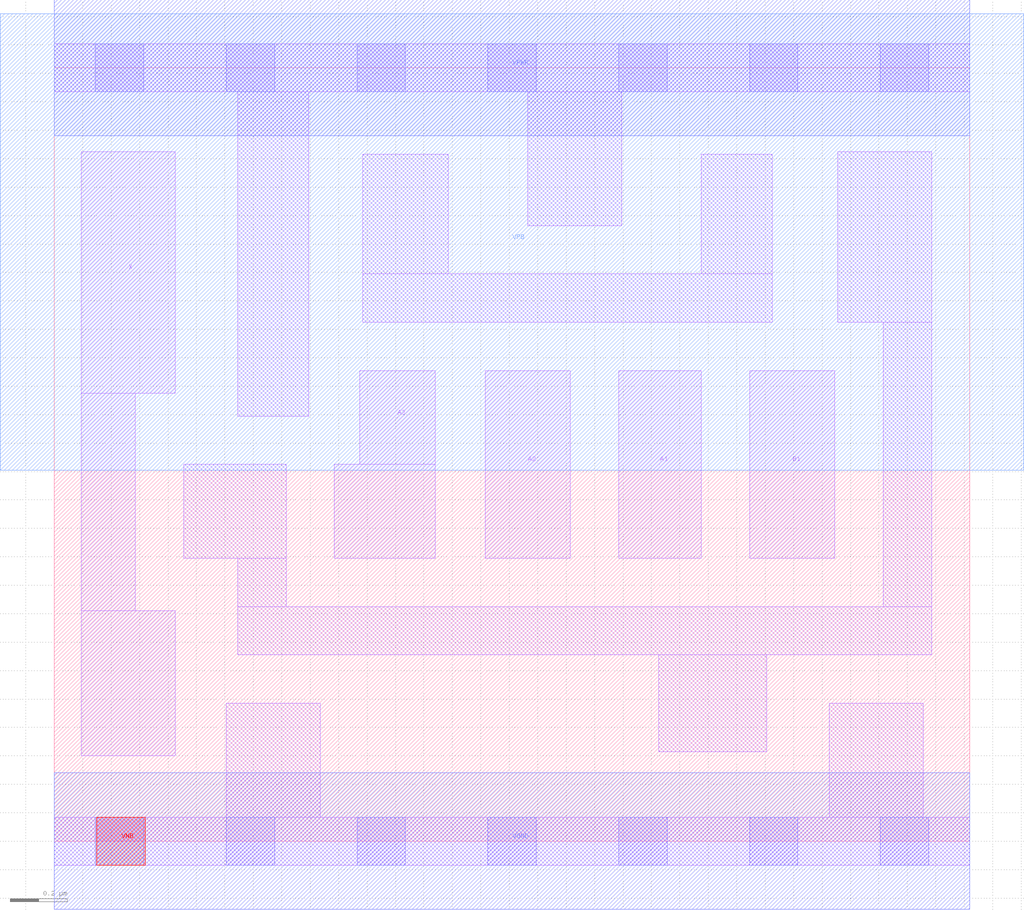
<source format=lef>
# Copyright 2020 The SkyWater PDK Authors
#
# Licensed under the Apache License, Version 2.0 (the "License");
# you may not use this file except in compliance with the License.
# You may obtain a copy of the License at
#
#     https://www.apache.org/licenses/LICENSE-2.0
#
# Unless required by applicable law or agreed to in writing, software
# distributed under the License is distributed on an "AS IS" BASIS,
# WITHOUT WARRANTIES OR CONDITIONS OF ANY KIND, either express or implied.
# See the License for the specific language governing permissions and
# limitations under the License.
#
# SPDX-License-Identifier: Apache-2.0

VERSION 5.7 ;
  NOWIREEXTENSIONATPIN ON ;
  DIVIDERCHAR "/" ;
  BUSBITCHARS "[]" ;
PROPERTYDEFINITIONS
  MACRO maskLayoutSubType STRING ;
  MACRO prCellType STRING ;
  MACRO originalViewName STRING ;
END PROPERTYDEFINITIONS
MACRO sky130_fd_sc_hdll__a31o_1
  CLASS CORE ;
  FOREIGN sky130_fd_sc_hdll__a31o_1 ;
  ORIGIN  0.000000  0.000000 ;
  SIZE  3.220000 BY  2.720000 ;
  SYMMETRY X Y R90 ;
  SITE unithd ;
  PIN A1
    ANTENNAGATEAREA  0.277500 ;
    DIRECTION INPUT ;
    USE SIGNAL ;
    PORT
      LAYER li1 ;
        RECT 1.985000 0.995000 2.275000 1.655000 ;
    END
  END A1
  PIN A2
    ANTENNAGATEAREA  0.277500 ;
    DIRECTION INPUT ;
    USE SIGNAL ;
    PORT
      LAYER li1 ;
        RECT 1.515000 0.995000 1.815000 1.655000 ;
    END
  END A2
  PIN A3
    ANTENNAGATEAREA  0.277500 ;
    DIRECTION INPUT ;
    USE SIGNAL ;
    PORT
      LAYER li1 ;
        RECT 0.985000 0.995000 1.340000 1.325000 ;
        RECT 1.075000 1.325000 1.340000 1.655000 ;
    END
  END A3
  PIN B1
    ANTENNAGATEAREA  0.277500 ;
    DIRECTION INPUT ;
    USE SIGNAL ;
    PORT
      LAYER li1 ;
        RECT 2.445000 0.995000 2.745000 1.655000 ;
    END
  END B1
  PIN VGND
    ANTENNADIFFAREA  0.490750 ;
    DIRECTION INOUT ;
    USE SIGNAL ;
    PORT
      LAYER met1 ;
        RECT 0.000000 -0.240000 3.220000 0.240000 ;
    END
  END VGND
  PIN VNB
    PORT
      LAYER pwell ;
        RECT 0.150000 -0.085000 0.320000 0.085000 ;
    END
  END VNB
  PIN VPB
    PORT
      LAYER nwell ;
        RECT -0.190000 1.305000 3.410000 2.910000 ;
    END
  END VPB
  PIN VPWR
    ANTENNADIFFAREA  0.705000 ;
    DIRECTION INOUT ;
    USE SIGNAL ;
    PORT
      LAYER met1 ;
        RECT 0.000000 2.480000 3.220000 2.960000 ;
    END
  END VPWR
  PIN X
    ANTENNADIFFAREA  0.447250 ;
    DIRECTION OUTPUT ;
    USE SIGNAL ;
    PORT
      LAYER li1 ;
        RECT 0.095000 0.300000 0.425000 0.810000 ;
        RECT 0.095000 0.810000 0.285000 1.575000 ;
        RECT 0.095000 1.575000 0.425000 2.425000 ;
    END
  END X
  OBS
    LAYER li1 ;
      RECT 0.000000 -0.085000 3.220000 0.085000 ;
      RECT 0.000000  2.635000 3.220000 2.805000 ;
      RECT 0.455000  0.995000 0.815000 1.325000 ;
      RECT 0.605000  0.085000 0.935000 0.485000 ;
      RECT 0.645000  0.655000 3.085000 0.825000 ;
      RECT 0.645000  0.825000 0.815000 0.995000 ;
      RECT 0.645000  1.495000 0.895000 2.635000 ;
      RECT 1.085000  1.825000 2.525000 1.995000 ;
      RECT 1.085000  1.995000 1.385000 2.415000 ;
      RECT 1.665000  2.165000 1.995000 2.635000 ;
      RECT 2.125000  0.315000 2.505000 0.655000 ;
      RECT 2.275000  1.995000 2.525000 2.415000 ;
      RECT 2.725000  0.085000 3.055000 0.485000 ;
      RECT 2.755000  1.825000 3.085000 2.425000 ;
      RECT 2.915000  0.825000 3.085000 1.825000 ;
    LAYER mcon ;
      RECT 0.145000 -0.085000 0.315000 0.085000 ;
      RECT 0.145000  2.635000 0.315000 2.805000 ;
      RECT 0.605000 -0.085000 0.775000 0.085000 ;
      RECT 0.605000  2.635000 0.775000 2.805000 ;
      RECT 1.065000 -0.085000 1.235000 0.085000 ;
      RECT 1.065000  2.635000 1.235000 2.805000 ;
      RECT 1.525000 -0.085000 1.695000 0.085000 ;
      RECT 1.525000  2.635000 1.695000 2.805000 ;
      RECT 1.985000 -0.085000 2.155000 0.085000 ;
      RECT 1.985000  2.635000 2.155000 2.805000 ;
      RECT 2.445000 -0.085000 2.615000 0.085000 ;
      RECT 2.445000  2.635000 2.615000 2.805000 ;
      RECT 2.905000 -0.085000 3.075000 0.085000 ;
      RECT 2.905000  2.635000 3.075000 2.805000 ;
  END
  PROPERTY maskLayoutSubType "abstract" ;
  PROPERTY prCellType "standard" ;
  PROPERTY originalViewName "layout" ;
END sky130_fd_sc_hdll__a31o_1
END LIBRARY

</source>
